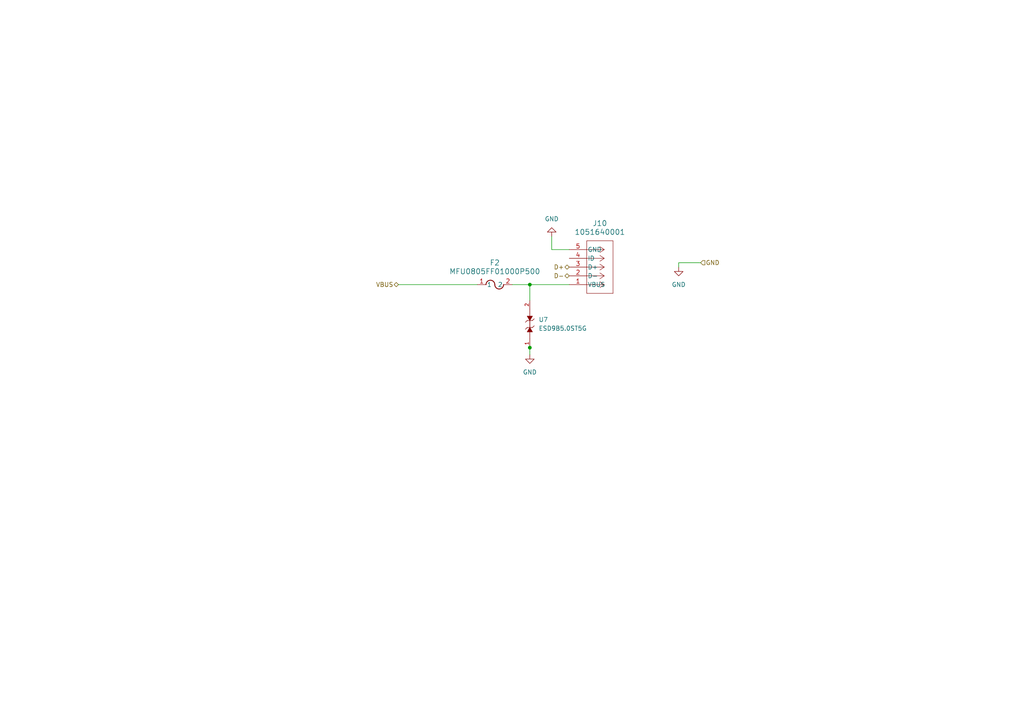
<source format=kicad_sch>
(kicad_sch (version 20231120) (generator "eeschema") (generator_version "8.0")
  (paper "A4")
  (lib_symbols
    (symbol "GT_LIbrary:1051640001" (pin_names (offset 0.254))
      (property "Reference" "J" (at 8.89 6.35 0))
      (property "Value" "1051640001" (at 0 0 0))
      (symbol "1051640001_1_1"
        (polyline (pts (xy 5.08 -12.7) (xy 12.7 -12.7)) (stroke (width 0.127)))
        (polyline (pts (xy 5.08 2.54) (xy 5.08 -12.7)) (stroke (width 0.127)))
        (polyline (pts (xy 10.16 -10.16) (xy 5.08 -10.16)) (stroke (width 0.127)))
        (polyline (pts (xy 10.16 -10.16) (xy 8.89 -11.0067)) (stroke (width 0.127)))
        (polyline (pts (xy 10.16 -10.16) (xy 8.89 -9.3133)) (stroke (width 0.127)))
        (polyline (pts (xy 10.16 -7.62) (xy 5.08 -7.62)) (stroke (width 0.127)))
        (polyline (pts (xy 10.16 -7.62) (xy 8.89 -8.4667)) (stroke (width 0.127)))
        (polyline (pts (xy 10.16 -7.62) (xy 8.89 -6.7733)) (stroke (width 0.127)))
        (polyline (pts (xy 10.16 -5.08) (xy 5.08 -5.08)) (stroke (width 0.127)))
        (polyline (pts (xy 10.16 -5.08) (xy 8.89 -5.9267)) (stroke (width 0.127)))
        (polyline (pts (xy 10.16 -5.08) (xy 8.89 -4.2333)) (stroke (width 0.127)))
        (polyline (pts (xy 10.16 -2.54) (xy 5.08 -2.54)) (stroke (width 0.127)))
        (polyline (pts (xy 10.16 -2.54) (xy 8.89 -3.3867)) (stroke (width 0.127)))
        (polyline (pts (xy 10.16 -2.54) (xy 8.89 -1.6933)) (stroke (width 0.127)))
        (polyline (pts (xy 10.16 0) (xy 5.08 0)) (stroke (width 0.127)))
        (polyline (pts (xy 10.16 0) (xy 8.89 -0.8467)) (stroke (width 0.127)))
        (polyline (pts (xy 10.16 0) (xy 8.89 0.8467)) (stroke (width 0.127)))
        (polyline (pts (xy 12.7 -12.7) (xy 12.7 2.54)) (stroke (width 0.127)))
        (polyline (pts (xy 12.7 2.54) (xy 5.08 2.54)) (stroke (width 0.127)))
        (pin unspecified line (at 0 0 0) (length 5.08) (name "VBUS") (number "1"))
        (pin unspecified line (at 0 -2.54 0) (length 5.08) (name "D-") (number "2"))
        (pin unspecified line (at 0 -5.08 0) (length 5.08) (name "D+") (number "3"))
        (pin unspecified line (at 0 -7.62 0) (length 5.08) (name "ID") (number "4"))
        (pin power_out line (at 0 -10.16 0) (length 5.08) (name "GND") (number "5"))
      )
      (symbol "1051640001_1_2"
        (polyline (pts (xy 5.08 -12.7) (xy 12.7 -12.7)) (stroke (width 0.127)))
        (polyline (pts (xy 5.08 2.54) (xy 5.08 -12.7)) (stroke (width 0.127)))
        (polyline (pts (xy 7.62 -10.16) (xy 5.08 -10.16)) (stroke (width 0.127)))
        (polyline (pts (xy 7.62 -10.16) (xy 8.89 -11.0067)) (stroke (width 0.127)))
        (polyline (pts (xy 7.62 -10.16) (xy 8.89 -9.3133)) (stroke (width 0.127)))
        (polyline (pts (xy 7.62 -7.62) (xy 5.08 -7.62)) (stroke (width 0.127)))
        (polyline (pts (xy 7.62 -7.62) (xy 8.89 -8.4667)) (stroke (width 0.127)))
        (polyline (pts (xy 7.62 -7.62) (xy 8.89 -6.7733)) (stroke (width 0.127)))
        (polyline (pts (xy 7.62 -5.08) (xy 5.08 -5.08)) (stroke (width 0.127)))
        (polyline (pts (xy 7.62 -5.08) (xy 8.89 -5.9267)) (stroke (width 0.127)))
        (polyline (pts (xy 7.62 -5.08) (xy 8.89 -4.2333)) (stroke (width 0.127)))
        (polyline (pts (xy 7.62 -2.54) (xy 5.08 -2.54)) (stroke (width 0.127)))
        (polyline (pts (xy 7.62 -2.54) (xy 8.89 -3.3867)) (stroke (width 0.127)))
        (polyline (pts (xy 7.62 -2.54) (xy 8.89 -1.6933)) (stroke (width 0.127)))
        (polyline (pts (xy 7.62 0) (xy 5.08 0)) (stroke (width 0.127)))
        (polyline (pts (xy 7.62 0) (xy 8.89 -0.8467)) (stroke (width 0.127)))
        (polyline (pts (xy 7.62 0) (xy 8.89 0.8467)) (stroke (width 0.127)))
        (polyline (pts (xy 12.7 -12.7) (xy 12.7 2.54)) (stroke (width 0.127)))
        (polyline (pts (xy 12.7 2.54) (xy 5.08 2.54)) (stroke (width 0.127)))
        (pin unspecified line (at 0 0 0) (length 5.08) (name "VBUS") (number "1"))
        (pin unspecified line (at 0 -2.54 0) (length 5.08) (name "D-") (number "2"))
        (pin unspecified line (at 0 -5.08 0) (length 5.08) (name "D+") (number "3"))
        (pin unspecified line (at 0 -7.62 0) (length 5.08) (name "ID") (number "4"))
        (pin power_out line (at 0 -10.16 0) (length 5.08) (name "GND") (number "5"))
      )
    )
    (symbol "GT_LIbrary:ESD9B5.0ST5G" (pin_names (offset 1.016))
      (property "Reference" "U" (at -10.16 6.08 0))
      (property "Value" "ESD9B5.0ST5G" (at -10.16 -6.54 0))
      (symbol "ESD9B5.0ST5G_0_0"
        (polyline (pts (xy -2.286 0) (xy -4.318 0)) (stroke (width 0.1524)))
        (polyline (pts (xy -1.016 -0.762) (xy -1.016 0.762)) (stroke (width 0.1524)))
        (polyline (pts (xy -1.016 -0.762) (xy -0.508 -1.27)) (stroke (width 0.1524)))
        (polyline (pts (xy -1.016 0) (xy 1.016 0)) (stroke (width 0.1524)))
        (polyline (pts (xy -1.016 0.762) (xy -1.524 1.27)) (stroke (width 0.1524)))
        (polyline (pts (xy 1.016 -0.762) (xy 1.524 -1.27)) (stroke (width 0.1524)))
        (polyline (pts (xy 1.016 0) (xy -1.016 0)) (stroke (width 0.1524)))
        (polyline (pts (xy 1.016 0.762) (xy 0.508 1.27)) (stroke (width 0.1524)))
        (polyline (pts (xy 1.016 0.762) (xy 1.016 -0.762)) (stroke (width 0.1524)))
        (polyline (pts (xy 2.286 0) (xy 4.318 0)) (stroke (width 0.1524)))
        (polyline (pts (xy -1.016 0) (xy -2.286 -0.762) (xy -2.286 0.762) (xy -1.016 0)) (stroke (width 0.1524)) (fill (type outline)))
        (polyline (pts (xy 1.016 0) (xy 2.286 0.762) (xy 2.286 -0.762) (xy 1.016 0)) (stroke (width 0.1524)) (fill (type outline)))
        (pin passive line (at -6.858 0 0) (length 2.54) (name "~") (number "1"))
        (pin passive line (at 6.858 0 180) (length 2.54) (name "~") (number "2"))
      )
    )
    (symbol "GT_LIbrary:GND" (power) (pin_numbers hide) (pin_names (offset 0) hide)
      (property "Value" "GND" (at 0 -3.81 0))
      (symbol "GND_0_1"
        (polyline (pts (xy 0 0) (xy 0 -1.27) (xy 1.27 -1.27) (xy 0 -2.54) (xy -1.27 -1.27) (xy 0 -1.27)))
      )
      (symbol "GND_1_1"
        (pin power_in line (at 0 0 270) (length 0) (name "~") (number "1"))
      )
    )
    (symbol "GT_LIbrary:MFU0805FF01000P500" (pin_names (offset 0.254))
      (property "Reference" "F" (at 5.08 3.175 0))
      (property "Value" "MFU0805FF01000P500" (at 5.08 -3.175 0))
      (symbol "MFU0805FF01000P500_1_1"
        (arc (start 5.08 0) (mid 3.81 1.2645) (end 2.54 0) (stroke (width 0.254)))
        (arc (start 5.08 0) (mid 6.35 -1.2645) (end 7.62 0) (stroke (width 0.254)))
        (pin unspecified line (at 0 0 0) (length 2.54) (name "1") (number "1"))
        (pin unspecified line (at 10.16 0 180) (length 2.54) (name "2") (number "2"))
      )
      (symbol "MFU0805FF01000P500_1_2"
        (arc (start 0 5.08) (mid -1.2645 3.81) (end 0 2.54) (stroke (width 0.254)))
        (arc (start 0 5.08) (mid 1.2645 6.35) (end 0 7.62) (stroke (width 0.254)))
        (pin unspecified line (at 0 0 90) (length 2.54) (name "1") (number "1"))
        (pin unspecified line (at 0 10.16 270) (length 2.54) (name "2") (number "2"))
      )
    )
  )
  (junction (at 153.67 82.55))
  (junction (at 153.67 100.838))
  (wire (pts (xy 196.85 76.2) (xy 196.85 77.47)))
  (wire (pts (xy 153.67 82.55) (xy 165.1 82.55)))
  (wire (pts (xy 153.67 100.838) (xy 153.67 102.87)))
  (wire (pts (xy 153.67 82.55) (xy 153.67 87.122)))
  (wire (pts (xy 196.85 76.2) (xy 203.2 76.2)))
  (wire (pts (xy 160.02 72.39) (xy 160.02 68.58)))
  (wire (pts (xy 165.1 72.39) (xy 160.02 72.39)))
  (wire (pts (xy 148.59 82.55) (xy 153.67 82.55)))
  (wire (pts (xy 115.57 82.55) (xy 138.43 82.55)))
  (wire (pts (xy 153.67 100.33) (xy 153.67 100.838)))
  (hierarchical_label "D-" (shape bidirectional) (at 165.1 80.01 180))
  (hierarchical_label "VBUS" (shape bidirectional) (at 115.57 82.55 180))
  (hierarchical_label "GND" (shape input) (at 203.2 76.2 0))
  (hierarchical_label "D+" (shape bidirectional) (at 165.1 77.47 180))
  (symbol (lib_id "GT_LIbrary:ESD9B5.0ST5G") (at 153.67 93.98 90) (unit 1)
    (property "Reference" "U7" (at 156.21 92.7099 90) (effects (justify right)))
    (property "Value" "ESD9B5.0ST5G" (at 156.21 95.2499 90) (effects (justify right)))
    (property "Footprint" "Parts_Library:SODFL1006X40N" (effects (hide yes)))
    (property "Description" "ESD9B Series 7.8 V 15 pF Surface Mount TVS Diode - SOD-923" (effects (hide yes)))
    (property "MF" "ON Semiconductor" (effects (hide yes)))
    (property "PACKAGE" "SOD-923 ON Semiconductor" (effects (hide yes)))
    (property "PRICE" "None" (effects (hide yes)))
    (property "MP" "ESD9B5.0ST5G" (effects (hide yes)))
    (property "AVAILABILITY" "Unavailable" (effects (hide yes)))
    (property "MFP" "ESD9B5.0ST5G" (effects (hide yes)))
  )
  (symbol (lib_id "GT_LIbrary:MFU0805FF01000P500") (at 138.43 82.55 0) (unit 1)
    (property "Reference" "F2" (at 143.51 76.2 0) (effects (font (size 1.524 1.524))))
    (property "Value" "MFU0805FF01000P500" (at 143.51 78.74 0) (effects (font (size 1.524 1.524))))
    (property "Footprint" "FUS_VISHAY_MFU0805_VIS" (effects (hide yes)))
    (property "MFP" "MFU0805FF01000P500" (effects (hide yes)))
  )
  (symbol (lib_id "GT_LIbrary:1051640001") (at 165.1 82.55 0) (mirror x) (unit 1)
    (property "Reference" "J10" (at 173.99 64.77 0) (effects (font (size 1.524 1.524))))
    (property "Value" "1051640001" (at 173.99 67.31 0) (effects (font (size 1.524 1.524))))
    (property "Footprint" "CON00906_5_MOL" (effects (hide yes)))
    (property "Datasheet" "1051640001" (effects (hide yes)))
    (property "MFP" "1051640001" (effects (hide yes)))
  )
  (symbol (lib_id "GT_LIbrary:GND") (at 160.02 68.58 0) (mirror x) (unit 1)
    (property "Reference" "#PWR0127" (effects (hide yes)))
    (property "Value" "GND" (at 160.02 63.5 0))
    (property "Description" "Power symbol creates a global label with name \"GND\" , ground" (effects (hide yes)))
  )
  (symbol (lib_id "GT_LIbrary:GND") (at 153.67 102.87 0) (unit 1)
    (property "Reference" "#PWR0126" (effects (hide yes)))
    (property "Value" "GND" (at 153.67 107.95 0))
    (property "Description" "Power symbol creates a global label with name \"GND\" , ground" (effects (hide yes)))
  )
  (symbol (lib_id "GT_LIbrary:GND") (at 196.85 77.47 0) (unit 1)
    (property "Reference" "#PWR0128" (effects (hide yes)))
    (property "Value" "GND" (at 196.85 82.55 0))
    (property "Description" "Power symbol creates a global label with name \"GND\" , ground" (effects (hide yes)))
  )
)
</source>
